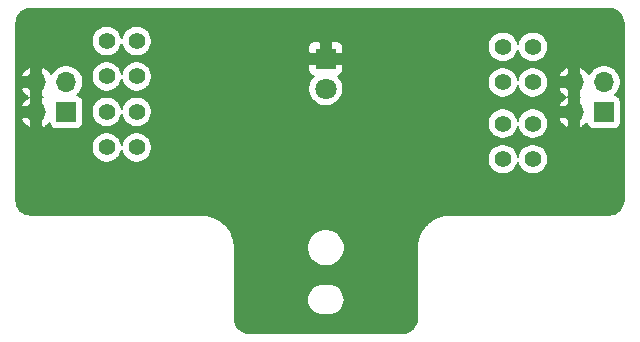
<source format=gbl>
%TF.GenerationSoftware,KiCad,Pcbnew,(5.1.9)-1*%
%TF.CreationDate,2021-04-17T12:39:32+05:30*%
%TF.ProjectId,dcSplitter,64635370-6c69-4747-9465-722e6b696361,rev?*%
%TF.SameCoordinates,Original*%
%TF.FileFunction,Copper,L2,Bot*%
%TF.FilePolarity,Positive*%
%FSLAX46Y46*%
G04 Gerber Fmt 4.6, Leading zero omitted, Abs format (unit mm)*
G04 Created by KiCad (PCBNEW (5.1.9)-1) date 2021-04-17 12:39:32*
%MOMM*%
%LPD*%
G01*
G04 APERTURE LIST*
%TA.AperFunction,ComponentPad*%
%ADD10O,1.700000X1.700000*%
%TD*%
%TA.AperFunction,ComponentPad*%
%ADD11R,1.700000X1.700000*%
%TD*%
%TA.AperFunction,ComponentPad*%
%ADD12R,1.800000X1.800000*%
%TD*%
%TA.AperFunction,ComponentPad*%
%ADD13C,1.800000*%
%TD*%
%TA.AperFunction,ComponentPad*%
%ADD14C,1.400000*%
%TD*%
%TA.AperFunction,Conductor*%
%ADD15C,0.160000*%
%TD*%
%TA.AperFunction,Conductor*%
%ADD16C,0.100000*%
%TD*%
G04 APERTURE END LIST*
D10*
%TO.P,J3,4*%
%TO.N,GND*%
X155500000Y-20000000D03*
%TO.P,J3,3*%
X155500000Y-22540000D03*
%TO.P,J3,2*%
%TO.N,Net-(J3-Pad1)*%
X158040000Y-20000000D03*
D11*
%TO.P,J3,1*%
X158040000Y-22540000D03*
%TD*%
D12*
%TO.P,D1,1*%
%TO.N,GND*%
X134500000Y-18000000D03*
D13*
%TO.P,D1,2*%
%TO.N,Net-(D1-Pad2)*%
X134500000Y-20540000D03*
%TD*%
D14*
%TO.P,12,2*%
%TO.N,Net-(J2-Pad1)*%
X115960000Y-25500000D03*
%TO.P,12,1*%
%TO.N,Net-(C1-Pad1)*%
X118500000Y-25500000D03*
%TD*%
%TO.P,12,1*%
%TO.N,Net-(C1-Pad1)*%
X118500000Y-22500000D03*
%TO.P,12,2*%
%TO.N,Net-(J2-Pad1)*%
X115960000Y-22500000D03*
%TD*%
%TO.P,5,2*%
%TO.N,Net-(J2-Pad1)*%
X115960000Y-19500000D03*
%TO.P,5,1*%
%TO.N,Net-(C3-Pad1)*%
X118500000Y-19500000D03*
%TD*%
%TO.P,5,1*%
%TO.N,Net-(C3-Pad1)*%
X118500000Y-16500000D03*
%TO.P,5,2*%
%TO.N,Net-(J2-Pad1)*%
X115960000Y-16500000D03*
%TD*%
%TO.P,3.3,2*%
%TO.N,Net-(J3-Pad1)*%
X152040000Y-17000000D03*
%TO.P,3.3,1*%
%TO.N,Net-(C4-Pad1)*%
X149500000Y-17000000D03*
%TD*%
%TO.P,3.3,1*%
%TO.N,Net-(C4-Pad1)*%
X149500000Y-20000000D03*
%TO.P,3.3,2*%
%TO.N,Net-(J3-Pad1)*%
X152040000Y-20000000D03*
%TD*%
%TO.P,12,2*%
%TO.N,Net-(J3-Pad1)*%
X152040000Y-23500000D03*
%TO.P,12,1*%
%TO.N,Net-(C1-Pad1)*%
X149500000Y-23500000D03*
%TD*%
%TO.P,12,1*%
%TO.N,Net-(C1-Pad1)*%
X149500000Y-26500000D03*
%TO.P,12,2*%
%TO.N,Net-(J3-Pad1)*%
X152040000Y-26500000D03*
%TD*%
D11*
%TO.P,J2,1*%
%TO.N,Net-(J2-Pad1)*%
X112540000Y-22540000D03*
D10*
%TO.P,J2,2*%
X112540000Y-20000000D03*
%TO.P,J2,3*%
%TO.N,GND*%
X110000000Y-22540000D03*
%TO.P,J2,4*%
X110000000Y-20000000D03*
%TD*%
D15*
%TO.N,GND*%
X158734677Y-13814789D02*
X158960418Y-13882944D01*
X159168619Y-13993647D01*
X159351354Y-14142683D01*
X159501663Y-14324374D01*
X159613814Y-14531794D01*
X159683543Y-14757053D01*
X159712000Y-15027799D01*
X159712001Y-29961451D01*
X159685211Y-30234678D01*
X159617055Y-30460420D01*
X159506353Y-30668620D01*
X159357317Y-30851355D01*
X159175626Y-31001662D01*
X158968206Y-31113814D01*
X158742947Y-31183543D01*
X158472201Y-31212000D01*
X144961295Y-31212000D01*
X144926992Y-31215378D01*
X144914618Y-31215292D01*
X144903668Y-31216366D01*
X144515475Y-31257167D01*
X144445482Y-31271535D01*
X144375359Y-31284911D01*
X144364828Y-31288090D01*
X144364822Y-31288092D01*
X143991951Y-31403515D01*
X143926126Y-31431185D01*
X143859892Y-31457945D01*
X143850182Y-31463109D01*
X143850177Y-31463111D01*
X143850173Y-31463114D01*
X143506823Y-31648762D01*
X143447597Y-31688710D01*
X143387849Y-31727808D01*
X143379332Y-31734754D01*
X143379324Y-31734760D01*
X143379317Y-31734767D01*
X143078568Y-31983568D01*
X143028209Y-32034280D01*
X142977216Y-32084216D01*
X142970208Y-32092687D01*
X142970201Y-32092694D01*
X142970196Y-32092702D01*
X142723502Y-32395178D01*
X142683953Y-32454703D01*
X142643629Y-32513595D01*
X142638400Y-32523265D01*
X142638395Y-32523273D01*
X142638395Y-32523274D01*
X142455146Y-32867914D01*
X142427911Y-32933990D01*
X142399794Y-32999593D01*
X142396542Y-33010095D01*
X142396540Y-33010101D01*
X142396540Y-33010103D01*
X142283722Y-33383774D01*
X142269842Y-33453871D01*
X142255001Y-33523693D01*
X142253852Y-33534626D01*
X142253850Y-33534636D01*
X142253850Y-33534645D01*
X142215761Y-33923104D01*
X142212000Y-33961296D01*
X142212001Y-39961451D01*
X142185211Y-40234678D01*
X142117055Y-40460420D01*
X142006353Y-40668620D01*
X141857317Y-40851355D01*
X141675626Y-41001662D01*
X141468206Y-41113814D01*
X141242947Y-41183543D01*
X140972201Y-41212000D01*
X128038539Y-41212000D01*
X127765322Y-41185211D01*
X127539580Y-41117055D01*
X127331380Y-41006353D01*
X127148645Y-40857317D01*
X126998338Y-40675626D01*
X126886186Y-40468206D01*
X126816457Y-40242947D01*
X126788000Y-39972201D01*
X126788000Y-38400000D01*
X132905526Y-38400000D01*
X132931360Y-38662294D01*
X133007868Y-38914508D01*
X133132111Y-39146950D01*
X133299313Y-39350687D01*
X133503050Y-39517889D01*
X133735492Y-39642132D01*
X133987706Y-39718640D01*
X134184269Y-39738000D01*
X134815731Y-39738000D01*
X135012294Y-39718640D01*
X135264508Y-39642132D01*
X135496950Y-39517889D01*
X135700687Y-39350687D01*
X135867889Y-39146950D01*
X135992132Y-38914508D01*
X136068640Y-38662294D01*
X136094474Y-38400000D01*
X136068640Y-38137706D01*
X135992132Y-37885492D01*
X135867889Y-37653050D01*
X135700687Y-37449313D01*
X135496950Y-37282111D01*
X135264508Y-37157868D01*
X135012294Y-37081360D01*
X134815731Y-37062000D01*
X134184269Y-37062000D01*
X133987706Y-37081360D01*
X133735492Y-37157868D01*
X133503050Y-37282111D01*
X133299313Y-37449313D01*
X133132111Y-37653050D01*
X133007868Y-37885492D01*
X132931360Y-38137706D01*
X132905526Y-38400000D01*
X126788000Y-38400000D01*
X126788000Y-33961295D01*
X126784622Y-33926992D01*
X126784708Y-33914618D01*
X126783634Y-33903668D01*
X126777321Y-33843596D01*
X132912000Y-33843596D01*
X132912000Y-34156404D01*
X132973026Y-34463203D01*
X133092732Y-34752200D01*
X133266520Y-35012291D01*
X133487709Y-35233480D01*
X133747800Y-35407268D01*
X134036797Y-35526974D01*
X134343596Y-35588000D01*
X134656404Y-35588000D01*
X134963203Y-35526974D01*
X135252200Y-35407268D01*
X135512291Y-35233480D01*
X135733480Y-35012291D01*
X135907268Y-34752200D01*
X136026974Y-34463203D01*
X136088000Y-34156404D01*
X136088000Y-33843596D01*
X136026974Y-33536797D01*
X135907268Y-33247800D01*
X135733480Y-32987709D01*
X135512291Y-32766520D01*
X135252200Y-32592732D01*
X134963203Y-32473026D01*
X134656404Y-32412000D01*
X134343596Y-32412000D01*
X134036797Y-32473026D01*
X133747800Y-32592732D01*
X133487709Y-32766520D01*
X133266520Y-32987709D01*
X133092732Y-33247800D01*
X132973026Y-33536797D01*
X132912000Y-33843596D01*
X126777321Y-33843596D01*
X126742833Y-33515475D01*
X126728465Y-33445482D01*
X126715089Y-33375359D01*
X126711909Y-33364826D01*
X126596485Y-32991951D01*
X126568815Y-32926126D01*
X126542055Y-32859892D01*
X126536889Y-32850178D01*
X126536889Y-32850177D01*
X126536886Y-32850173D01*
X126351238Y-32506823D01*
X126311290Y-32447597D01*
X126272192Y-32387849D01*
X126265246Y-32379332D01*
X126265240Y-32379324D01*
X126265233Y-32379317D01*
X126016432Y-32078568D01*
X125965720Y-32028209D01*
X125915784Y-31977216D01*
X125907313Y-31970208D01*
X125907306Y-31970201D01*
X125907298Y-31970196D01*
X125604822Y-31723502D01*
X125545297Y-31683953D01*
X125486405Y-31643629D01*
X125476735Y-31638400D01*
X125476727Y-31638395D01*
X125476719Y-31638392D01*
X125132086Y-31455146D01*
X125066010Y-31427911D01*
X125000407Y-31399794D01*
X124989905Y-31396542D01*
X124989899Y-31396540D01*
X124989893Y-31396539D01*
X124616226Y-31283722D01*
X124546129Y-31269842D01*
X124476307Y-31255001D01*
X124465374Y-31253852D01*
X124465364Y-31253850D01*
X124465355Y-31253850D01*
X124076896Y-31215761D01*
X124076892Y-31215761D01*
X124038705Y-31212000D01*
X109538539Y-31212000D01*
X109265322Y-31185211D01*
X109039580Y-31117055D01*
X108831380Y-31006353D01*
X108648645Y-30857317D01*
X108498338Y-30675626D01*
X108386186Y-30468206D01*
X108316457Y-30242947D01*
X108288000Y-29972201D01*
X108288000Y-25373143D01*
X114672000Y-25373143D01*
X114672000Y-25626857D01*
X114721497Y-25875696D01*
X114818589Y-26110097D01*
X114959545Y-26321052D01*
X115138948Y-26500455D01*
X115349903Y-26641411D01*
X115584304Y-26738503D01*
X115833143Y-26788000D01*
X116086857Y-26788000D01*
X116335696Y-26738503D01*
X116570097Y-26641411D01*
X116781052Y-26500455D01*
X116960455Y-26321052D01*
X117101411Y-26110097D01*
X117198503Y-25875696D01*
X117230000Y-25717349D01*
X117261497Y-25875696D01*
X117358589Y-26110097D01*
X117499545Y-26321052D01*
X117678948Y-26500455D01*
X117889903Y-26641411D01*
X118124304Y-26738503D01*
X118373143Y-26788000D01*
X118626857Y-26788000D01*
X118875696Y-26738503D01*
X119110097Y-26641411D01*
X119321052Y-26500455D01*
X119448364Y-26373143D01*
X148212000Y-26373143D01*
X148212000Y-26626857D01*
X148261497Y-26875696D01*
X148358589Y-27110097D01*
X148499545Y-27321052D01*
X148678948Y-27500455D01*
X148889903Y-27641411D01*
X149124304Y-27738503D01*
X149373143Y-27788000D01*
X149626857Y-27788000D01*
X149875696Y-27738503D01*
X150110097Y-27641411D01*
X150321052Y-27500455D01*
X150500455Y-27321052D01*
X150641411Y-27110097D01*
X150738503Y-26875696D01*
X150770000Y-26717349D01*
X150801497Y-26875696D01*
X150898589Y-27110097D01*
X151039545Y-27321052D01*
X151218948Y-27500455D01*
X151429903Y-27641411D01*
X151664304Y-27738503D01*
X151913143Y-27788000D01*
X152166857Y-27788000D01*
X152415696Y-27738503D01*
X152650097Y-27641411D01*
X152861052Y-27500455D01*
X153040455Y-27321052D01*
X153181411Y-27110097D01*
X153278503Y-26875696D01*
X153328000Y-26626857D01*
X153328000Y-26373143D01*
X153278503Y-26124304D01*
X153181411Y-25889903D01*
X153040455Y-25678948D01*
X152861052Y-25499545D01*
X152650097Y-25358589D01*
X152415696Y-25261497D01*
X152166857Y-25212000D01*
X151913143Y-25212000D01*
X151664304Y-25261497D01*
X151429903Y-25358589D01*
X151218948Y-25499545D01*
X151039545Y-25678948D01*
X150898589Y-25889903D01*
X150801497Y-26124304D01*
X150770000Y-26282651D01*
X150738503Y-26124304D01*
X150641411Y-25889903D01*
X150500455Y-25678948D01*
X150321052Y-25499545D01*
X150110097Y-25358589D01*
X149875696Y-25261497D01*
X149626857Y-25212000D01*
X149373143Y-25212000D01*
X149124304Y-25261497D01*
X148889903Y-25358589D01*
X148678948Y-25499545D01*
X148499545Y-25678948D01*
X148358589Y-25889903D01*
X148261497Y-26124304D01*
X148212000Y-26373143D01*
X119448364Y-26373143D01*
X119500455Y-26321052D01*
X119641411Y-26110097D01*
X119738503Y-25875696D01*
X119788000Y-25626857D01*
X119788000Y-25373143D01*
X119738503Y-25124304D01*
X119641411Y-24889903D01*
X119500455Y-24678948D01*
X119321052Y-24499545D01*
X119110097Y-24358589D01*
X118875696Y-24261497D01*
X118626857Y-24212000D01*
X118373143Y-24212000D01*
X118124304Y-24261497D01*
X117889903Y-24358589D01*
X117678948Y-24499545D01*
X117499545Y-24678948D01*
X117358589Y-24889903D01*
X117261497Y-25124304D01*
X117230000Y-25282651D01*
X117198503Y-25124304D01*
X117101411Y-24889903D01*
X116960455Y-24678948D01*
X116781052Y-24499545D01*
X116570097Y-24358589D01*
X116335696Y-24261497D01*
X116086857Y-24212000D01*
X115833143Y-24212000D01*
X115584304Y-24261497D01*
X115349903Y-24358589D01*
X115138948Y-24499545D01*
X114959545Y-24678948D01*
X114818589Y-24889903D01*
X114721497Y-25124304D01*
X114672000Y-25373143D01*
X108288000Y-25373143D01*
X108288000Y-23169976D01*
X108707320Y-23169976D01*
X108855061Y-23410061D01*
X109046801Y-23616710D01*
X109275172Y-23781981D01*
X109370027Y-23832663D01*
X109580000Y-23760771D01*
X109580000Y-22960000D01*
X108771685Y-22960000D01*
X108707320Y-23169976D01*
X108288000Y-23169976D01*
X108288000Y-20629976D01*
X108707320Y-20629976D01*
X108855061Y-20870061D01*
X109046801Y-21076710D01*
X109275172Y-21241981D01*
X109327612Y-21270000D01*
X109275172Y-21298019D01*
X109046801Y-21463290D01*
X108855061Y-21669939D01*
X108707320Y-21910024D01*
X108771685Y-22120000D01*
X109580000Y-22120000D01*
X109580000Y-21319229D01*
X109436218Y-21270000D01*
X109580000Y-21220771D01*
X109580000Y-20420000D01*
X108771685Y-20420000D01*
X108707320Y-20629976D01*
X108288000Y-20629976D01*
X108288000Y-19370024D01*
X108707320Y-19370024D01*
X108771685Y-19580000D01*
X109580000Y-19580000D01*
X109580000Y-18779229D01*
X110420000Y-18779229D01*
X110420000Y-19580000D01*
X110440000Y-19580000D01*
X110440000Y-20420000D01*
X110420000Y-20420000D01*
X110420000Y-21220771D01*
X110563782Y-21270000D01*
X110420000Y-21319229D01*
X110420000Y-22120000D01*
X110440000Y-22120000D01*
X110440000Y-22960000D01*
X110420000Y-22960000D01*
X110420000Y-23760771D01*
X110629973Y-23832663D01*
X110724828Y-23781981D01*
X110953199Y-23616710D01*
X111105335Y-23452745D01*
X111110508Y-23505268D01*
X111144130Y-23616107D01*
X111198730Y-23718256D01*
X111272209Y-23807791D01*
X111361744Y-23881270D01*
X111463893Y-23935870D01*
X111574732Y-23969492D01*
X111690000Y-23980845D01*
X113390000Y-23980845D01*
X113505268Y-23969492D01*
X113616107Y-23935870D01*
X113718256Y-23881270D01*
X113807791Y-23807791D01*
X113881270Y-23718256D01*
X113935870Y-23616107D01*
X113969492Y-23505268D01*
X113980845Y-23390000D01*
X113980845Y-22373143D01*
X114672000Y-22373143D01*
X114672000Y-22626857D01*
X114721497Y-22875696D01*
X114818589Y-23110097D01*
X114959545Y-23321052D01*
X115138948Y-23500455D01*
X115349903Y-23641411D01*
X115584304Y-23738503D01*
X115833143Y-23788000D01*
X116086857Y-23788000D01*
X116335696Y-23738503D01*
X116570097Y-23641411D01*
X116781052Y-23500455D01*
X116960455Y-23321052D01*
X117101411Y-23110097D01*
X117198503Y-22875696D01*
X117230000Y-22717349D01*
X117261497Y-22875696D01*
X117358589Y-23110097D01*
X117499545Y-23321052D01*
X117678948Y-23500455D01*
X117889903Y-23641411D01*
X118124304Y-23738503D01*
X118373143Y-23788000D01*
X118626857Y-23788000D01*
X118875696Y-23738503D01*
X119110097Y-23641411D01*
X119321052Y-23500455D01*
X119448364Y-23373143D01*
X148212000Y-23373143D01*
X148212000Y-23626857D01*
X148261497Y-23875696D01*
X148358589Y-24110097D01*
X148499545Y-24321052D01*
X148678948Y-24500455D01*
X148889903Y-24641411D01*
X149124304Y-24738503D01*
X149373143Y-24788000D01*
X149626857Y-24788000D01*
X149875696Y-24738503D01*
X150110097Y-24641411D01*
X150321052Y-24500455D01*
X150500455Y-24321052D01*
X150641411Y-24110097D01*
X150738503Y-23875696D01*
X150770000Y-23717349D01*
X150801497Y-23875696D01*
X150898589Y-24110097D01*
X151039545Y-24321052D01*
X151218948Y-24500455D01*
X151429903Y-24641411D01*
X151664304Y-24738503D01*
X151913143Y-24788000D01*
X152166857Y-24788000D01*
X152415696Y-24738503D01*
X152650097Y-24641411D01*
X152861052Y-24500455D01*
X153040455Y-24321052D01*
X153181411Y-24110097D01*
X153278503Y-23875696D01*
X153328000Y-23626857D01*
X153328000Y-23373143D01*
X153287588Y-23169976D01*
X154207320Y-23169976D01*
X154355061Y-23410061D01*
X154546801Y-23616710D01*
X154775172Y-23781981D01*
X154870027Y-23832663D01*
X155080000Y-23760771D01*
X155080000Y-22960000D01*
X154271685Y-22960000D01*
X154207320Y-23169976D01*
X153287588Y-23169976D01*
X153278503Y-23124304D01*
X153181411Y-22889903D01*
X153040455Y-22678948D01*
X152861052Y-22499545D01*
X152650097Y-22358589D01*
X152415696Y-22261497D01*
X152166857Y-22212000D01*
X151913143Y-22212000D01*
X151664304Y-22261497D01*
X151429903Y-22358589D01*
X151218948Y-22499545D01*
X151039545Y-22678948D01*
X150898589Y-22889903D01*
X150801497Y-23124304D01*
X150770000Y-23282651D01*
X150738503Y-23124304D01*
X150641411Y-22889903D01*
X150500455Y-22678948D01*
X150321052Y-22499545D01*
X150110097Y-22358589D01*
X149875696Y-22261497D01*
X149626857Y-22212000D01*
X149373143Y-22212000D01*
X149124304Y-22261497D01*
X148889903Y-22358589D01*
X148678948Y-22499545D01*
X148499545Y-22678948D01*
X148358589Y-22889903D01*
X148261497Y-23124304D01*
X148212000Y-23373143D01*
X119448364Y-23373143D01*
X119500455Y-23321052D01*
X119641411Y-23110097D01*
X119738503Y-22875696D01*
X119788000Y-22626857D01*
X119788000Y-22373143D01*
X119738503Y-22124304D01*
X119641411Y-21889903D01*
X119500455Y-21678948D01*
X119321052Y-21499545D01*
X119110097Y-21358589D01*
X118875696Y-21261497D01*
X118626857Y-21212000D01*
X118373143Y-21212000D01*
X118124304Y-21261497D01*
X117889903Y-21358589D01*
X117678948Y-21499545D01*
X117499545Y-21678948D01*
X117358589Y-21889903D01*
X117261497Y-22124304D01*
X117230000Y-22282651D01*
X117198503Y-22124304D01*
X117101411Y-21889903D01*
X116960455Y-21678948D01*
X116781052Y-21499545D01*
X116570097Y-21358589D01*
X116335696Y-21261497D01*
X116086857Y-21212000D01*
X115833143Y-21212000D01*
X115584304Y-21261497D01*
X115349903Y-21358589D01*
X115138948Y-21499545D01*
X114959545Y-21678948D01*
X114818589Y-21889903D01*
X114721497Y-22124304D01*
X114672000Y-22373143D01*
X113980845Y-22373143D01*
X113980845Y-21690000D01*
X113969492Y-21574732D01*
X113935870Y-21463893D01*
X113881270Y-21361744D01*
X113807791Y-21272209D01*
X113718256Y-21198730D01*
X113616107Y-21144130D01*
X113505268Y-21110508D01*
X113466910Y-21106730D01*
X113656968Y-20916672D01*
X113814339Y-20681148D01*
X113922739Y-20419449D01*
X113978000Y-20141631D01*
X113978000Y-19858369D01*
X113922739Y-19580551D01*
X113836828Y-19373143D01*
X114672000Y-19373143D01*
X114672000Y-19626857D01*
X114721497Y-19875696D01*
X114818589Y-20110097D01*
X114959545Y-20321052D01*
X115138948Y-20500455D01*
X115349903Y-20641411D01*
X115584304Y-20738503D01*
X115833143Y-20788000D01*
X116086857Y-20788000D01*
X116335696Y-20738503D01*
X116570097Y-20641411D01*
X116781052Y-20500455D01*
X116960455Y-20321052D01*
X117101411Y-20110097D01*
X117198503Y-19875696D01*
X117230000Y-19717349D01*
X117261497Y-19875696D01*
X117358589Y-20110097D01*
X117499545Y-20321052D01*
X117678948Y-20500455D01*
X117889903Y-20641411D01*
X118124304Y-20738503D01*
X118373143Y-20788000D01*
X118626857Y-20788000D01*
X118875696Y-20738503D01*
X119110097Y-20641411D01*
X119321052Y-20500455D01*
X119500455Y-20321052D01*
X119641411Y-20110097D01*
X119738503Y-19875696D01*
X119788000Y-19626857D01*
X119788000Y-19373143D01*
X119738503Y-19124304D01*
X119645594Y-18900000D01*
X133009155Y-18900000D01*
X133020508Y-19015268D01*
X133054130Y-19126107D01*
X133108730Y-19228256D01*
X133182209Y-19317791D01*
X133271744Y-19391270D01*
X133373893Y-19445870D01*
X133462808Y-19472842D01*
X133344195Y-19591455D01*
X133181351Y-19835168D01*
X133069183Y-20105966D01*
X133012000Y-20393445D01*
X133012000Y-20686555D01*
X133069183Y-20974034D01*
X133181351Y-21244832D01*
X133344195Y-21488545D01*
X133551455Y-21695805D01*
X133795168Y-21858649D01*
X134065966Y-21970817D01*
X134353445Y-22028000D01*
X134646555Y-22028000D01*
X134934034Y-21970817D01*
X135204832Y-21858649D01*
X135448545Y-21695805D01*
X135655805Y-21488545D01*
X135818649Y-21244832D01*
X135930817Y-20974034D01*
X135988000Y-20686555D01*
X135988000Y-20393445D01*
X135930817Y-20105966D01*
X135834379Y-19873143D01*
X148212000Y-19873143D01*
X148212000Y-20126857D01*
X148261497Y-20375696D01*
X148358589Y-20610097D01*
X148499545Y-20821052D01*
X148678948Y-21000455D01*
X148889903Y-21141411D01*
X149124304Y-21238503D01*
X149373143Y-21288000D01*
X149626857Y-21288000D01*
X149875696Y-21238503D01*
X150110097Y-21141411D01*
X150321052Y-21000455D01*
X150500455Y-20821052D01*
X150641411Y-20610097D01*
X150738503Y-20375696D01*
X150770000Y-20217349D01*
X150801497Y-20375696D01*
X150898589Y-20610097D01*
X151039545Y-20821052D01*
X151218948Y-21000455D01*
X151429903Y-21141411D01*
X151664304Y-21238503D01*
X151913143Y-21288000D01*
X152166857Y-21288000D01*
X152415696Y-21238503D01*
X152650097Y-21141411D01*
X152861052Y-21000455D01*
X153040455Y-20821052D01*
X153168128Y-20629976D01*
X154207320Y-20629976D01*
X154355061Y-20870061D01*
X154546801Y-21076710D01*
X154775172Y-21241981D01*
X154827612Y-21270000D01*
X154775172Y-21298019D01*
X154546801Y-21463290D01*
X154355061Y-21669939D01*
X154207320Y-21910024D01*
X154271685Y-22120000D01*
X155080000Y-22120000D01*
X155080000Y-21319229D01*
X154936218Y-21270000D01*
X155080000Y-21220771D01*
X155080000Y-20420000D01*
X154271685Y-20420000D01*
X154207320Y-20629976D01*
X153168128Y-20629976D01*
X153181411Y-20610097D01*
X153278503Y-20375696D01*
X153328000Y-20126857D01*
X153328000Y-19873143D01*
X153278503Y-19624304D01*
X153181411Y-19389903D01*
X153168129Y-19370024D01*
X154207320Y-19370024D01*
X154271685Y-19580000D01*
X155080000Y-19580000D01*
X155080000Y-18779229D01*
X155920000Y-18779229D01*
X155920000Y-19580000D01*
X155940000Y-19580000D01*
X155940000Y-20420000D01*
X155920000Y-20420000D01*
X155920000Y-21220771D01*
X156063782Y-21270000D01*
X155920000Y-21319229D01*
X155920000Y-22120000D01*
X155940000Y-22120000D01*
X155940000Y-22960000D01*
X155920000Y-22960000D01*
X155920000Y-23760771D01*
X156129973Y-23832663D01*
X156224828Y-23781981D01*
X156453199Y-23616710D01*
X156605335Y-23452745D01*
X156610508Y-23505268D01*
X156644130Y-23616107D01*
X156698730Y-23718256D01*
X156772209Y-23807791D01*
X156861744Y-23881270D01*
X156963893Y-23935870D01*
X157074732Y-23969492D01*
X157190000Y-23980845D01*
X158890000Y-23980845D01*
X159005268Y-23969492D01*
X159116107Y-23935870D01*
X159218256Y-23881270D01*
X159307791Y-23807791D01*
X159381270Y-23718256D01*
X159435870Y-23616107D01*
X159469492Y-23505268D01*
X159480845Y-23390000D01*
X159480845Y-21690000D01*
X159469492Y-21574732D01*
X159435870Y-21463893D01*
X159381270Y-21361744D01*
X159307791Y-21272209D01*
X159218256Y-21198730D01*
X159116107Y-21144130D01*
X159005268Y-21110508D01*
X158966910Y-21106730D01*
X159156968Y-20916672D01*
X159314339Y-20681148D01*
X159422739Y-20419449D01*
X159478000Y-20141631D01*
X159478000Y-19858369D01*
X159422739Y-19580551D01*
X159314339Y-19318852D01*
X159156968Y-19083328D01*
X158956672Y-18883032D01*
X158721148Y-18725661D01*
X158459449Y-18617261D01*
X158181631Y-18562000D01*
X157898369Y-18562000D01*
X157620551Y-18617261D01*
X157358852Y-18725661D01*
X157123328Y-18883032D01*
X156923032Y-19083328D01*
X156765661Y-19318852D01*
X156763862Y-19323194D01*
X156644939Y-19129939D01*
X156453199Y-18923290D01*
X156224828Y-18758019D01*
X156129973Y-18707337D01*
X155920000Y-18779229D01*
X155080000Y-18779229D01*
X154870027Y-18707337D01*
X154775172Y-18758019D01*
X154546801Y-18923290D01*
X154355061Y-19129939D01*
X154207320Y-19370024D01*
X153168129Y-19370024D01*
X153040455Y-19178948D01*
X152861052Y-18999545D01*
X152650097Y-18858589D01*
X152415696Y-18761497D01*
X152166857Y-18712000D01*
X151913143Y-18712000D01*
X151664304Y-18761497D01*
X151429903Y-18858589D01*
X151218948Y-18999545D01*
X151039545Y-19178948D01*
X150898589Y-19389903D01*
X150801497Y-19624304D01*
X150770000Y-19782651D01*
X150738503Y-19624304D01*
X150641411Y-19389903D01*
X150500455Y-19178948D01*
X150321052Y-18999545D01*
X150110097Y-18858589D01*
X149875696Y-18761497D01*
X149626857Y-18712000D01*
X149373143Y-18712000D01*
X149124304Y-18761497D01*
X148889903Y-18858589D01*
X148678948Y-18999545D01*
X148499545Y-19178948D01*
X148358589Y-19389903D01*
X148261497Y-19624304D01*
X148212000Y-19873143D01*
X135834379Y-19873143D01*
X135818649Y-19835168D01*
X135655805Y-19591455D01*
X135537192Y-19472842D01*
X135626107Y-19445870D01*
X135728256Y-19391270D01*
X135817791Y-19317791D01*
X135891270Y-19228256D01*
X135945870Y-19126107D01*
X135979492Y-19015268D01*
X135990845Y-18900000D01*
X135988000Y-18567000D01*
X135841000Y-18420000D01*
X134920000Y-18420000D01*
X134920000Y-18440000D01*
X134080000Y-18440000D01*
X134080000Y-18420000D01*
X133159000Y-18420000D01*
X133012000Y-18567000D01*
X133009155Y-18900000D01*
X119645594Y-18900000D01*
X119641411Y-18889903D01*
X119500455Y-18678948D01*
X119321052Y-18499545D01*
X119110097Y-18358589D01*
X118875696Y-18261497D01*
X118626857Y-18212000D01*
X118373143Y-18212000D01*
X118124304Y-18261497D01*
X117889903Y-18358589D01*
X117678948Y-18499545D01*
X117499545Y-18678948D01*
X117358589Y-18889903D01*
X117261497Y-19124304D01*
X117230000Y-19282651D01*
X117198503Y-19124304D01*
X117101411Y-18889903D01*
X116960455Y-18678948D01*
X116781052Y-18499545D01*
X116570097Y-18358589D01*
X116335696Y-18261497D01*
X116086857Y-18212000D01*
X115833143Y-18212000D01*
X115584304Y-18261497D01*
X115349903Y-18358589D01*
X115138948Y-18499545D01*
X114959545Y-18678948D01*
X114818589Y-18889903D01*
X114721497Y-19124304D01*
X114672000Y-19373143D01*
X113836828Y-19373143D01*
X113814339Y-19318852D01*
X113656968Y-19083328D01*
X113456672Y-18883032D01*
X113221148Y-18725661D01*
X112959449Y-18617261D01*
X112681631Y-18562000D01*
X112398369Y-18562000D01*
X112120551Y-18617261D01*
X111858852Y-18725661D01*
X111623328Y-18883032D01*
X111423032Y-19083328D01*
X111265661Y-19318852D01*
X111263862Y-19323194D01*
X111144939Y-19129939D01*
X110953199Y-18923290D01*
X110724828Y-18758019D01*
X110629973Y-18707337D01*
X110420000Y-18779229D01*
X109580000Y-18779229D01*
X109370027Y-18707337D01*
X109275172Y-18758019D01*
X109046801Y-18923290D01*
X108855061Y-19129939D01*
X108707320Y-19370024D01*
X108288000Y-19370024D01*
X108288000Y-16373143D01*
X114672000Y-16373143D01*
X114672000Y-16626857D01*
X114721497Y-16875696D01*
X114818589Y-17110097D01*
X114959545Y-17321052D01*
X115138948Y-17500455D01*
X115349903Y-17641411D01*
X115584304Y-17738503D01*
X115833143Y-17788000D01*
X116086857Y-17788000D01*
X116335696Y-17738503D01*
X116570097Y-17641411D01*
X116781052Y-17500455D01*
X116960455Y-17321052D01*
X117101411Y-17110097D01*
X117198503Y-16875696D01*
X117230000Y-16717349D01*
X117261497Y-16875696D01*
X117358589Y-17110097D01*
X117499545Y-17321052D01*
X117678948Y-17500455D01*
X117889903Y-17641411D01*
X118124304Y-17738503D01*
X118373143Y-17788000D01*
X118626857Y-17788000D01*
X118875696Y-17738503D01*
X119110097Y-17641411D01*
X119321052Y-17500455D01*
X119500455Y-17321052D01*
X119641411Y-17110097D01*
X119645593Y-17100000D01*
X133009155Y-17100000D01*
X133012000Y-17433000D01*
X133159000Y-17580000D01*
X134080000Y-17580000D01*
X134080000Y-16659000D01*
X134920000Y-16659000D01*
X134920000Y-17580000D01*
X135841000Y-17580000D01*
X135988000Y-17433000D01*
X135990845Y-17100000D01*
X135979492Y-16984732D01*
X135945870Y-16873893D01*
X135945470Y-16873143D01*
X148212000Y-16873143D01*
X148212000Y-17126857D01*
X148261497Y-17375696D01*
X148358589Y-17610097D01*
X148499545Y-17821052D01*
X148678948Y-18000455D01*
X148889903Y-18141411D01*
X149124304Y-18238503D01*
X149373143Y-18288000D01*
X149626857Y-18288000D01*
X149875696Y-18238503D01*
X150110097Y-18141411D01*
X150321052Y-18000455D01*
X150500455Y-17821052D01*
X150641411Y-17610097D01*
X150738503Y-17375696D01*
X150770000Y-17217349D01*
X150801497Y-17375696D01*
X150898589Y-17610097D01*
X151039545Y-17821052D01*
X151218948Y-18000455D01*
X151429903Y-18141411D01*
X151664304Y-18238503D01*
X151913143Y-18288000D01*
X152166857Y-18288000D01*
X152415696Y-18238503D01*
X152650097Y-18141411D01*
X152861052Y-18000455D01*
X153040455Y-17821052D01*
X153181411Y-17610097D01*
X153278503Y-17375696D01*
X153328000Y-17126857D01*
X153328000Y-16873143D01*
X153278503Y-16624304D01*
X153181411Y-16389903D01*
X153040455Y-16178948D01*
X152861052Y-15999545D01*
X152650097Y-15858589D01*
X152415696Y-15761497D01*
X152166857Y-15712000D01*
X151913143Y-15712000D01*
X151664304Y-15761497D01*
X151429903Y-15858589D01*
X151218948Y-15999545D01*
X151039545Y-16178948D01*
X150898589Y-16389903D01*
X150801497Y-16624304D01*
X150770000Y-16782651D01*
X150738503Y-16624304D01*
X150641411Y-16389903D01*
X150500455Y-16178948D01*
X150321052Y-15999545D01*
X150110097Y-15858589D01*
X149875696Y-15761497D01*
X149626857Y-15712000D01*
X149373143Y-15712000D01*
X149124304Y-15761497D01*
X148889903Y-15858589D01*
X148678948Y-15999545D01*
X148499545Y-16178948D01*
X148358589Y-16389903D01*
X148261497Y-16624304D01*
X148212000Y-16873143D01*
X135945470Y-16873143D01*
X135891270Y-16771744D01*
X135817791Y-16682209D01*
X135728256Y-16608730D01*
X135626107Y-16554130D01*
X135515268Y-16520508D01*
X135400000Y-16509155D01*
X135067000Y-16512000D01*
X134920000Y-16659000D01*
X134080000Y-16659000D01*
X133933000Y-16512000D01*
X133600000Y-16509155D01*
X133484732Y-16520508D01*
X133373893Y-16554130D01*
X133271744Y-16608730D01*
X133182209Y-16682209D01*
X133108730Y-16771744D01*
X133054130Y-16873893D01*
X133020508Y-16984732D01*
X133009155Y-17100000D01*
X119645593Y-17100000D01*
X119738503Y-16875696D01*
X119788000Y-16626857D01*
X119788000Y-16373143D01*
X119738503Y-16124304D01*
X119641411Y-15889903D01*
X119500455Y-15678948D01*
X119321052Y-15499545D01*
X119110097Y-15358589D01*
X118875696Y-15261497D01*
X118626857Y-15212000D01*
X118373143Y-15212000D01*
X118124304Y-15261497D01*
X117889903Y-15358589D01*
X117678948Y-15499545D01*
X117499545Y-15678948D01*
X117358589Y-15889903D01*
X117261497Y-16124304D01*
X117230000Y-16282651D01*
X117198503Y-16124304D01*
X117101411Y-15889903D01*
X116960455Y-15678948D01*
X116781052Y-15499545D01*
X116570097Y-15358589D01*
X116335696Y-15261497D01*
X116086857Y-15212000D01*
X115833143Y-15212000D01*
X115584304Y-15261497D01*
X115349903Y-15358589D01*
X115138948Y-15499545D01*
X114959545Y-15678948D01*
X114818589Y-15889903D01*
X114721497Y-16124304D01*
X114672000Y-16373143D01*
X108288000Y-16373143D01*
X108288000Y-15038539D01*
X108314789Y-14765323D01*
X108382944Y-14539582D01*
X108493647Y-14331381D01*
X108642683Y-14148646D01*
X108824374Y-13998337D01*
X109031794Y-13886186D01*
X109257053Y-13816457D01*
X109527799Y-13788000D01*
X158461461Y-13788000D01*
X158734677Y-13814789D01*
%TA.AperFunction,Conductor*%
D16*
G36*
X158734677Y-13814789D02*
G01*
X158960418Y-13882944D01*
X159168619Y-13993647D01*
X159351354Y-14142683D01*
X159501663Y-14324374D01*
X159613814Y-14531794D01*
X159683543Y-14757053D01*
X159712000Y-15027799D01*
X159712001Y-29961451D01*
X159685211Y-30234678D01*
X159617055Y-30460420D01*
X159506353Y-30668620D01*
X159357317Y-30851355D01*
X159175626Y-31001662D01*
X158968206Y-31113814D01*
X158742947Y-31183543D01*
X158472201Y-31212000D01*
X144961295Y-31212000D01*
X144926992Y-31215378D01*
X144914618Y-31215292D01*
X144903668Y-31216366D01*
X144515475Y-31257167D01*
X144445482Y-31271535D01*
X144375359Y-31284911D01*
X144364828Y-31288090D01*
X144364822Y-31288092D01*
X143991951Y-31403515D01*
X143926126Y-31431185D01*
X143859892Y-31457945D01*
X143850182Y-31463109D01*
X143850177Y-31463111D01*
X143850173Y-31463114D01*
X143506823Y-31648762D01*
X143447597Y-31688710D01*
X143387849Y-31727808D01*
X143379332Y-31734754D01*
X143379324Y-31734760D01*
X143379317Y-31734767D01*
X143078568Y-31983568D01*
X143028209Y-32034280D01*
X142977216Y-32084216D01*
X142970208Y-32092687D01*
X142970201Y-32092694D01*
X142970196Y-32092702D01*
X142723502Y-32395178D01*
X142683953Y-32454703D01*
X142643629Y-32513595D01*
X142638400Y-32523265D01*
X142638395Y-32523273D01*
X142638395Y-32523274D01*
X142455146Y-32867914D01*
X142427911Y-32933990D01*
X142399794Y-32999593D01*
X142396542Y-33010095D01*
X142396540Y-33010101D01*
X142396540Y-33010103D01*
X142283722Y-33383774D01*
X142269842Y-33453871D01*
X142255001Y-33523693D01*
X142253852Y-33534626D01*
X142253850Y-33534636D01*
X142253850Y-33534645D01*
X142215761Y-33923104D01*
X142212000Y-33961296D01*
X142212001Y-39961451D01*
X142185211Y-40234678D01*
X142117055Y-40460420D01*
X142006353Y-40668620D01*
X141857317Y-40851355D01*
X141675626Y-41001662D01*
X141468206Y-41113814D01*
X141242947Y-41183543D01*
X140972201Y-41212000D01*
X128038539Y-41212000D01*
X127765322Y-41185211D01*
X127539580Y-41117055D01*
X127331380Y-41006353D01*
X127148645Y-40857317D01*
X126998338Y-40675626D01*
X126886186Y-40468206D01*
X126816457Y-40242947D01*
X126788000Y-39972201D01*
X126788000Y-38400000D01*
X132905526Y-38400000D01*
X132931360Y-38662294D01*
X133007868Y-38914508D01*
X133132111Y-39146950D01*
X133299313Y-39350687D01*
X133503050Y-39517889D01*
X133735492Y-39642132D01*
X133987706Y-39718640D01*
X134184269Y-39738000D01*
X134815731Y-39738000D01*
X135012294Y-39718640D01*
X135264508Y-39642132D01*
X135496950Y-39517889D01*
X135700687Y-39350687D01*
X135867889Y-39146950D01*
X135992132Y-38914508D01*
X136068640Y-38662294D01*
X136094474Y-38400000D01*
X136068640Y-38137706D01*
X135992132Y-37885492D01*
X135867889Y-37653050D01*
X135700687Y-37449313D01*
X135496950Y-37282111D01*
X135264508Y-37157868D01*
X135012294Y-37081360D01*
X134815731Y-37062000D01*
X134184269Y-37062000D01*
X133987706Y-37081360D01*
X133735492Y-37157868D01*
X133503050Y-37282111D01*
X133299313Y-37449313D01*
X133132111Y-37653050D01*
X133007868Y-37885492D01*
X132931360Y-38137706D01*
X132905526Y-38400000D01*
X126788000Y-38400000D01*
X126788000Y-33961295D01*
X126784622Y-33926992D01*
X126784708Y-33914618D01*
X126783634Y-33903668D01*
X126777321Y-33843596D01*
X132912000Y-33843596D01*
X132912000Y-34156404D01*
X132973026Y-34463203D01*
X133092732Y-34752200D01*
X133266520Y-35012291D01*
X133487709Y-35233480D01*
X133747800Y-35407268D01*
X134036797Y-35526974D01*
X134343596Y-35588000D01*
X134656404Y-35588000D01*
X134963203Y-35526974D01*
X135252200Y-35407268D01*
X135512291Y-35233480D01*
X135733480Y-35012291D01*
X135907268Y-34752200D01*
X136026974Y-34463203D01*
X136088000Y-34156404D01*
X136088000Y-33843596D01*
X136026974Y-33536797D01*
X135907268Y-33247800D01*
X135733480Y-32987709D01*
X135512291Y-32766520D01*
X135252200Y-32592732D01*
X134963203Y-32473026D01*
X134656404Y-32412000D01*
X134343596Y-32412000D01*
X134036797Y-32473026D01*
X133747800Y-32592732D01*
X133487709Y-32766520D01*
X133266520Y-32987709D01*
X133092732Y-33247800D01*
X132973026Y-33536797D01*
X132912000Y-33843596D01*
X126777321Y-33843596D01*
X126742833Y-33515475D01*
X126728465Y-33445482D01*
X126715089Y-33375359D01*
X126711909Y-33364826D01*
X126596485Y-32991951D01*
X126568815Y-32926126D01*
X126542055Y-32859892D01*
X126536889Y-32850178D01*
X126536889Y-32850177D01*
X126536886Y-32850173D01*
X126351238Y-32506823D01*
X126311290Y-32447597D01*
X126272192Y-32387849D01*
X126265246Y-32379332D01*
X126265240Y-32379324D01*
X126265233Y-32379317D01*
X126016432Y-32078568D01*
X125965720Y-32028209D01*
X125915784Y-31977216D01*
X125907313Y-31970208D01*
X125907306Y-31970201D01*
X125907298Y-31970196D01*
X125604822Y-31723502D01*
X125545297Y-31683953D01*
X125486405Y-31643629D01*
X125476735Y-31638400D01*
X125476727Y-31638395D01*
X125476719Y-31638392D01*
X125132086Y-31455146D01*
X125066010Y-31427911D01*
X125000407Y-31399794D01*
X124989905Y-31396542D01*
X124989899Y-31396540D01*
X124989893Y-31396539D01*
X124616226Y-31283722D01*
X124546129Y-31269842D01*
X124476307Y-31255001D01*
X124465374Y-31253852D01*
X124465364Y-31253850D01*
X124465355Y-31253850D01*
X124076896Y-31215761D01*
X124076892Y-31215761D01*
X124038705Y-31212000D01*
X109538539Y-31212000D01*
X109265322Y-31185211D01*
X109039580Y-31117055D01*
X108831380Y-31006353D01*
X108648645Y-30857317D01*
X108498338Y-30675626D01*
X108386186Y-30468206D01*
X108316457Y-30242947D01*
X108288000Y-29972201D01*
X108288000Y-25373143D01*
X114672000Y-25373143D01*
X114672000Y-25626857D01*
X114721497Y-25875696D01*
X114818589Y-26110097D01*
X114959545Y-26321052D01*
X115138948Y-26500455D01*
X115349903Y-26641411D01*
X115584304Y-26738503D01*
X115833143Y-26788000D01*
X116086857Y-26788000D01*
X116335696Y-26738503D01*
X116570097Y-26641411D01*
X116781052Y-26500455D01*
X116960455Y-26321052D01*
X117101411Y-26110097D01*
X117198503Y-25875696D01*
X117230000Y-25717349D01*
X117261497Y-25875696D01*
X117358589Y-26110097D01*
X117499545Y-26321052D01*
X117678948Y-26500455D01*
X117889903Y-26641411D01*
X118124304Y-26738503D01*
X118373143Y-26788000D01*
X118626857Y-26788000D01*
X118875696Y-26738503D01*
X119110097Y-26641411D01*
X119321052Y-26500455D01*
X119448364Y-26373143D01*
X148212000Y-26373143D01*
X148212000Y-26626857D01*
X148261497Y-26875696D01*
X148358589Y-27110097D01*
X148499545Y-27321052D01*
X148678948Y-27500455D01*
X148889903Y-27641411D01*
X149124304Y-27738503D01*
X149373143Y-27788000D01*
X149626857Y-27788000D01*
X149875696Y-27738503D01*
X150110097Y-27641411D01*
X150321052Y-27500455D01*
X150500455Y-27321052D01*
X150641411Y-27110097D01*
X150738503Y-26875696D01*
X150770000Y-26717349D01*
X150801497Y-26875696D01*
X150898589Y-27110097D01*
X151039545Y-27321052D01*
X151218948Y-27500455D01*
X151429903Y-27641411D01*
X151664304Y-27738503D01*
X151913143Y-27788000D01*
X152166857Y-27788000D01*
X152415696Y-27738503D01*
X152650097Y-27641411D01*
X152861052Y-27500455D01*
X153040455Y-27321052D01*
X153181411Y-27110097D01*
X153278503Y-26875696D01*
X153328000Y-26626857D01*
X153328000Y-26373143D01*
X153278503Y-26124304D01*
X153181411Y-25889903D01*
X153040455Y-25678948D01*
X152861052Y-25499545D01*
X152650097Y-25358589D01*
X152415696Y-25261497D01*
X152166857Y-25212000D01*
X151913143Y-25212000D01*
X151664304Y-25261497D01*
X151429903Y-25358589D01*
X151218948Y-25499545D01*
X151039545Y-25678948D01*
X150898589Y-25889903D01*
X150801497Y-26124304D01*
X150770000Y-26282651D01*
X150738503Y-26124304D01*
X150641411Y-25889903D01*
X150500455Y-25678948D01*
X150321052Y-25499545D01*
X150110097Y-25358589D01*
X149875696Y-25261497D01*
X149626857Y-25212000D01*
X149373143Y-25212000D01*
X149124304Y-25261497D01*
X148889903Y-25358589D01*
X148678948Y-25499545D01*
X148499545Y-25678948D01*
X148358589Y-25889903D01*
X148261497Y-26124304D01*
X148212000Y-26373143D01*
X119448364Y-26373143D01*
X119500455Y-26321052D01*
X119641411Y-26110097D01*
X119738503Y-25875696D01*
X119788000Y-25626857D01*
X119788000Y-25373143D01*
X119738503Y-25124304D01*
X119641411Y-24889903D01*
X119500455Y-24678948D01*
X119321052Y-24499545D01*
X119110097Y-24358589D01*
X118875696Y-24261497D01*
X118626857Y-24212000D01*
X118373143Y-24212000D01*
X118124304Y-24261497D01*
X117889903Y-24358589D01*
X117678948Y-24499545D01*
X117499545Y-24678948D01*
X117358589Y-24889903D01*
X117261497Y-25124304D01*
X117230000Y-25282651D01*
X117198503Y-25124304D01*
X117101411Y-24889903D01*
X116960455Y-24678948D01*
X116781052Y-24499545D01*
X116570097Y-24358589D01*
X116335696Y-24261497D01*
X116086857Y-24212000D01*
X115833143Y-24212000D01*
X115584304Y-24261497D01*
X115349903Y-24358589D01*
X115138948Y-24499545D01*
X114959545Y-24678948D01*
X114818589Y-24889903D01*
X114721497Y-25124304D01*
X114672000Y-25373143D01*
X108288000Y-25373143D01*
X108288000Y-23169976D01*
X108707320Y-23169976D01*
X108855061Y-23410061D01*
X109046801Y-23616710D01*
X109275172Y-23781981D01*
X109370027Y-23832663D01*
X109580000Y-23760771D01*
X109580000Y-22960000D01*
X108771685Y-22960000D01*
X108707320Y-23169976D01*
X108288000Y-23169976D01*
X108288000Y-20629976D01*
X108707320Y-20629976D01*
X108855061Y-20870061D01*
X109046801Y-21076710D01*
X109275172Y-21241981D01*
X109327612Y-21270000D01*
X109275172Y-21298019D01*
X109046801Y-21463290D01*
X108855061Y-21669939D01*
X108707320Y-21910024D01*
X108771685Y-22120000D01*
X109580000Y-22120000D01*
X109580000Y-21319229D01*
X109436218Y-21270000D01*
X109580000Y-21220771D01*
X109580000Y-20420000D01*
X108771685Y-20420000D01*
X108707320Y-20629976D01*
X108288000Y-20629976D01*
X108288000Y-19370024D01*
X108707320Y-19370024D01*
X108771685Y-19580000D01*
X109580000Y-19580000D01*
X109580000Y-18779229D01*
X110420000Y-18779229D01*
X110420000Y-19580000D01*
X110440000Y-19580000D01*
X110440000Y-20420000D01*
X110420000Y-20420000D01*
X110420000Y-21220771D01*
X110563782Y-21270000D01*
X110420000Y-21319229D01*
X110420000Y-22120000D01*
X110440000Y-22120000D01*
X110440000Y-22960000D01*
X110420000Y-22960000D01*
X110420000Y-23760771D01*
X110629973Y-23832663D01*
X110724828Y-23781981D01*
X110953199Y-23616710D01*
X111105335Y-23452745D01*
X111110508Y-23505268D01*
X111144130Y-23616107D01*
X111198730Y-23718256D01*
X111272209Y-23807791D01*
X111361744Y-23881270D01*
X111463893Y-23935870D01*
X111574732Y-23969492D01*
X111690000Y-23980845D01*
X113390000Y-23980845D01*
X113505268Y-23969492D01*
X113616107Y-23935870D01*
X113718256Y-23881270D01*
X113807791Y-23807791D01*
X113881270Y-23718256D01*
X113935870Y-23616107D01*
X113969492Y-23505268D01*
X113980845Y-23390000D01*
X113980845Y-22373143D01*
X114672000Y-22373143D01*
X114672000Y-22626857D01*
X114721497Y-22875696D01*
X114818589Y-23110097D01*
X114959545Y-23321052D01*
X115138948Y-23500455D01*
X115349903Y-23641411D01*
X115584304Y-23738503D01*
X115833143Y-23788000D01*
X116086857Y-23788000D01*
X116335696Y-23738503D01*
X116570097Y-23641411D01*
X116781052Y-23500455D01*
X116960455Y-23321052D01*
X117101411Y-23110097D01*
X117198503Y-22875696D01*
X117230000Y-22717349D01*
X117261497Y-22875696D01*
X117358589Y-23110097D01*
X117499545Y-23321052D01*
X117678948Y-23500455D01*
X117889903Y-23641411D01*
X118124304Y-23738503D01*
X118373143Y-23788000D01*
X118626857Y-23788000D01*
X118875696Y-23738503D01*
X119110097Y-23641411D01*
X119321052Y-23500455D01*
X119448364Y-23373143D01*
X148212000Y-23373143D01*
X148212000Y-23626857D01*
X148261497Y-23875696D01*
X148358589Y-24110097D01*
X148499545Y-24321052D01*
X148678948Y-24500455D01*
X148889903Y-24641411D01*
X149124304Y-24738503D01*
X149373143Y-24788000D01*
X149626857Y-24788000D01*
X149875696Y-24738503D01*
X150110097Y-24641411D01*
X150321052Y-24500455D01*
X150500455Y-24321052D01*
X150641411Y-24110097D01*
X150738503Y-23875696D01*
X150770000Y-23717349D01*
X150801497Y-23875696D01*
X150898589Y-24110097D01*
X151039545Y-24321052D01*
X151218948Y-24500455D01*
X151429903Y-24641411D01*
X151664304Y-24738503D01*
X151913143Y-24788000D01*
X152166857Y-24788000D01*
X152415696Y-24738503D01*
X152650097Y-24641411D01*
X152861052Y-24500455D01*
X153040455Y-24321052D01*
X153181411Y-24110097D01*
X153278503Y-23875696D01*
X153328000Y-23626857D01*
X153328000Y-23373143D01*
X153287588Y-23169976D01*
X154207320Y-23169976D01*
X154355061Y-23410061D01*
X154546801Y-23616710D01*
X154775172Y-23781981D01*
X154870027Y-23832663D01*
X155080000Y-23760771D01*
X155080000Y-22960000D01*
X154271685Y-22960000D01*
X154207320Y-23169976D01*
X153287588Y-23169976D01*
X153278503Y-23124304D01*
X153181411Y-22889903D01*
X153040455Y-22678948D01*
X152861052Y-22499545D01*
X152650097Y-22358589D01*
X152415696Y-22261497D01*
X152166857Y-22212000D01*
X151913143Y-22212000D01*
X151664304Y-22261497D01*
X151429903Y-22358589D01*
X151218948Y-22499545D01*
X151039545Y-22678948D01*
X150898589Y-22889903D01*
X150801497Y-23124304D01*
X150770000Y-23282651D01*
X150738503Y-23124304D01*
X150641411Y-22889903D01*
X150500455Y-22678948D01*
X150321052Y-22499545D01*
X150110097Y-22358589D01*
X149875696Y-22261497D01*
X149626857Y-22212000D01*
X149373143Y-22212000D01*
X149124304Y-22261497D01*
X148889903Y-22358589D01*
X148678948Y-22499545D01*
X148499545Y-22678948D01*
X148358589Y-22889903D01*
X148261497Y-23124304D01*
X148212000Y-23373143D01*
X119448364Y-23373143D01*
X119500455Y-23321052D01*
X119641411Y-23110097D01*
X119738503Y-22875696D01*
X119788000Y-22626857D01*
X119788000Y-22373143D01*
X119738503Y-22124304D01*
X119641411Y-21889903D01*
X119500455Y-21678948D01*
X119321052Y-21499545D01*
X119110097Y-21358589D01*
X118875696Y-21261497D01*
X118626857Y-21212000D01*
X118373143Y-21212000D01*
X118124304Y-21261497D01*
X117889903Y-21358589D01*
X117678948Y-21499545D01*
X117499545Y-21678948D01*
X117358589Y-21889903D01*
X117261497Y-22124304D01*
X117230000Y-22282651D01*
X117198503Y-22124304D01*
X117101411Y-21889903D01*
X116960455Y-21678948D01*
X116781052Y-21499545D01*
X116570097Y-21358589D01*
X116335696Y-21261497D01*
X116086857Y-21212000D01*
X115833143Y-21212000D01*
X115584304Y-21261497D01*
X115349903Y-21358589D01*
X115138948Y-21499545D01*
X114959545Y-21678948D01*
X114818589Y-21889903D01*
X114721497Y-22124304D01*
X114672000Y-22373143D01*
X113980845Y-22373143D01*
X113980845Y-21690000D01*
X113969492Y-21574732D01*
X113935870Y-21463893D01*
X113881270Y-21361744D01*
X113807791Y-21272209D01*
X113718256Y-21198730D01*
X113616107Y-21144130D01*
X113505268Y-21110508D01*
X113466910Y-21106730D01*
X113656968Y-20916672D01*
X113814339Y-20681148D01*
X113922739Y-20419449D01*
X113978000Y-20141631D01*
X113978000Y-19858369D01*
X113922739Y-19580551D01*
X113836828Y-19373143D01*
X114672000Y-19373143D01*
X114672000Y-19626857D01*
X114721497Y-19875696D01*
X114818589Y-20110097D01*
X114959545Y-20321052D01*
X115138948Y-20500455D01*
X115349903Y-20641411D01*
X115584304Y-20738503D01*
X115833143Y-20788000D01*
X116086857Y-20788000D01*
X116335696Y-20738503D01*
X116570097Y-20641411D01*
X116781052Y-20500455D01*
X116960455Y-20321052D01*
X117101411Y-20110097D01*
X117198503Y-19875696D01*
X117230000Y-19717349D01*
X117261497Y-19875696D01*
X117358589Y-20110097D01*
X117499545Y-20321052D01*
X117678948Y-20500455D01*
X117889903Y-20641411D01*
X118124304Y-20738503D01*
X118373143Y-20788000D01*
X118626857Y-20788000D01*
X118875696Y-20738503D01*
X119110097Y-20641411D01*
X119321052Y-20500455D01*
X119500455Y-20321052D01*
X119641411Y-20110097D01*
X119738503Y-19875696D01*
X119788000Y-19626857D01*
X119788000Y-19373143D01*
X119738503Y-19124304D01*
X119645594Y-18900000D01*
X133009155Y-18900000D01*
X133020508Y-19015268D01*
X133054130Y-19126107D01*
X133108730Y-19228256D01*
X133182209Y-19317791D01*
X133271744Y-19391270D01*
X133373893Y-19445870D01*
X133462808Y-19472842D01*
X133344195Y-19591455D01*
X133181351Y-19835168D01*
X133069183Y-20105966D01*
X133012000Y-20393445D01*
X133012000Y-20686555D01*
X133069183Y-20974034D01*
X133181351Y-21244832D01*
X133344195Y-21488545D01*
X133551455Y-21695805D01*
X133795168Y-21858649D01*
X134065966Y-21970817D01*
X134353445Y-22028000D01*
X134646555Y-22028000D01*
X134934034Y-21970817D01*
X135204832Y-21858649D01*
X135448545Y-21695805D01*
X135655805Y-21488545D01*
X135818649Y-21244832D01*
X135930817Y-20974034D01*
X135988000Y-20686555D01*
X135988000Y-20393445D01*
X135930817Y-20105966D01*
X135834379Y-19873143D01*
X148212000Y-19873143D01*
X148212000Y-20126857D01*
X148261497Y-20375696D01*
X148358589Y-20610097D01*
X148499545Y-20821052D01*
X148678948Y-21000455D01*
X148889903Y-21141411D01*
X149124304Y-21238503D01*
X149373143Y-21288000D01*
X149626857Y-21288000D01*
X149875696Y-21238503D01*
X150110097Y-21141411D01*
X150321052Y-21000455D01*
X150500455Y-20821052D01*
X150641411Y-20610097D01*
X150738503Y-20375696D01*
X150770000Y-20217349D01*
X150801497Y-20375696D01*
X150898589Y-20610097D01*
X151039545Y-20821052D01*
X151218948Y-21000455D01*
X151429903Y-21141411D01*
X151664304Y-21238503D01*
X151913143Y-21288000D01*
X152166857Y-21288000D01*
X152415696Y-21238503D01*
X152650097Y-21141411D01*
X152861052Y-21000455D01*
X153040455Y-20821052D01*
X153168128Y-20629976D01*
X154207320Y-20629976D01*
X154355061Y-20870061D01*
X154546801Y-21076710D01*
X154775172Y-21241981D01*
X154827612Y-21270000D01*
X154775172Y-21298019D01*
X154546801Y-21463290D01*
X154355061Y-21669939D01*
X154207320Y-21910024D01*
X154271685Y-22120000D01*
X155080000Y-22120000D01*
X155080000Y-21319229D01*
X154936218Y-21270000D01*
X155080000Y-21220771D01*
X155080000Y-20420000D01*
X154271685Y-20420000D01*
X154207320Y-20629976D01*
X153168128Y-20629976D01*
X153181411Y-20610097D01*
X153278503Y-20375696D01*
X153328000Y-20126857D01*
X153328000Y-19873143D01*
X153278503Y-19624304D01*
X153181411Y-19389903D01*
X153168129Y-19370024D01*
X154207320Y-19370024D01*
X154271685Y-19580000D01*
X155080000Y-19580000D01*
X155080000Y-18779229D01*
X155920000Y-18779229D01*
X155920000Y-19580000D01*
X155940000Y-19580000D01*
X155940000Y-20420000D01*
X155920000Y-20420000D01*
X155920000Y-21220771D01*
X156063782Y-21270000D01*
X155920000Y-21319229D01*
X155920000Y-22120000D01*
X155940000Y-22120000D01*
X155940000Y-22960000D01*
X155920000Y-22960000D01*
X155920000Y-23760771D01*
X156129973Y-23832663D01*
X156224828Y-23781981D01*
X156453199Y-23616710D01*
X156605335Y-23452745D01*
X156610508Y-23505268D01*
X156644130Y-23616107D01*
X156698730Y-23718256D01*
X156772209Y-23807791D01*
X156861744Y-23881270D01*
X156963893Y-23935870D01*
X157074732Y-23969492D01*
X157190000Y-23980845D01*
X158890000Y-23980845D01*
X159005268Y-23969492D01*
X159116107Y-23935870D01*
X159218256Y-23881270D01*
X159307791Y-23807791D01*
X159381270Y-23718256D01*
X159435870Y-23616107D01*
X159469492Y-23505268D01*
X159480845Y-23390000D01*
X159480845Y-21690000D01*
X159469492Y-21574732D01*
X159435870Y-21463893D01*
X159381270Y-21361744D01*
X159307791Y-21272209D01*
X159218256Y-21198730D01*
X159116107Y-21144130D01*
X159005268Y-21110508D01*
X158966910Y-21106730D01*
X159156968Y-20916672D01*
X159314339Y-20681148D01*
X159422739Y-20419449D01*
X159478000Y-20141631D01*
X159478000Y-19858369D01*
X159422739Y-19580551D01*
X159314339Y-19318852D01*
X159156968Y-19083328D01*
X158956672Y-18883032D01*
X158721148Y-18725661D01*
X158459449Y-18617261D01*
X158181631Y-18562000D01*
X157898369Y-18562000D01*
X157620551Y-18617261D01*
X157358852Y-18725661D01*
X157123328Y-18883032D01*
X156923032Y-19083328D01*
X156765661Y-19318852D01*
X156763862Y-19323194D01*
X156644939Y-19129939D01*
X156453199Y-18923290D01*
X156224828Y-18758019D01*
X156129973Y-18707337D01*
X155920000Y-18779229D01*
X155080000Y-18779229D01*
X154870027Y-18707337D01*
X154775172Y-18758019D01*
X154546801Y-18923290D01*
X154355061Y-19129939D01*
X154207320Y-19370024D01*
X153168129Y-19370024D01*
X153040455Y-19178948D01*
X152861052Y-18999545D01*
X152650097Y-18858589D01*
X152415696Y-18761497D01*
X152166857Y-18712000D01*
X151913143Y-18712000D01*
X151664304Y-18761497D01*
X151429903Y-18858589D01*
X151218948Y-18999545D01*
X151039545Y-19178948D01*
X150898589Y-19389903D01*
X150801497Y-19624304D01*
X150770000Y-19782651D01*
X150738503Y-19624304D01*
X150641411Y-19389903D01*
X150500455Y-19178948D01*
X150321052Y-18999545D01*
X150110097Y-18858589D01*
X149875696Y-18761497D01*
X149626857Y-18712000D01*
X149373143Y-18712000D01*
X149124304Y-18761497D01*
X148889903Y-18858589D01*
X148678948Y-18999545D01*
X148499545Y-19178948D01*
X148358589Y-19389903D01*
X148261497Y-19624304D01*
X148212000Y-19873143D01*
X135834379Y-19873143D01*
X135818649Y-19835168D01*
X135655805Y-19591455D01*
X135537192Y-19472842D01*
X135626107Y-19445870D01*
X135728256Y-19391270D01*
X135817791Y-19317791D01*
X135891270Y-19228256D01*
X135945870Y-19126107D01*
X135979492Y-19015268D01*
X135990845Y-18900000D01*
X135988000Y-18567000D01*
X135841000Y-18420000D01*
X134920000Y-18420000D01*
X134920000Y-18440000D01*
X134080000Y-18440000D01*
X134080000Y-18420000D01*
X133159000Y-18420000D01*
X133012000Y-18567000D01*
X133009155Y-18900000D01*
X119645594Y-18900000D01*
X119641411Y-18889903D01*
X119500455Y-18678948D01*
X119321052Y-18499545D01*
X119110097Y-18358589D01*
X118875696Y-18261497D01*
X118626857Y-18212000D01*
X118373143Y-18212000D01*
X118124304Y-18261497D01*
X117889903Y-18358589D01*
X117678948Y-18499545D01*
X117499545Y-18678948D01*
X117358589Y-18889903D01*
X117261497Y-19124304D01*
X117230000Y-19282651D01*
X117198503Y-19124304D01*
X117101411Y-18889903D01*
X116960455Y-18678948D01*
X116781052Y-18499545D01*
X116570097Y-18358589D01*
X116335696Y-18261497D01*
X116086857Y-18212000D01*
X115833143Y-18212000D01*
X115584304Y-18261497D01*
X115349903Y-18358589D01*
X115138948Y-18499545D01*
X114959545Y-18678948D01*
X114818589Y-18889903D01*
X114721497Y-19124304D01*
X114672000Y-19373143D01*
X113836828Y-19373143D01*
X113814339Y-19318852D01*
X113656968Y-19083328D01*
X113456672Y-18883032D01*
X113221148Y-18725661D01*
X112959449Y-18617261D01*
X112681631Y-18562000D01*
X112398369Y-18562000D01*
X112120551Y-18617261D01*
X111858852Y-18725661D01*
X111623328Y-18883032D01*
X111423032Y-19083328D01*
X111265661Y-19318852D01*
X111263862Y-19323194D01*
X111144939Y-19129939D01*
X110953199Y-18923290D01*
X110724828Y-18758019D01*
X110629973Y-18707337D01*
X110420000Y-18779229D01*
X109580000Y-18779229D01*
X109370027Y-18707337D01*
X109275172Y-18758019D01*
X109046801Y-18923290D01*
X108855061Y-19129939D01*
X108707320Y-19370024D01*
X108288000Y-19370024D01*
X108288000Y-16373143D01*
X114672000Y-16373143D01*
X114672000Y-16626857D01*
X114721497Y-16875696D01*
X114818589Y-17110097D01*
X114959545Y-17321052D01*
X115138948Y-17500455D01*
X115349903Y-17641411D01*
X115584304Y-17738503D01*
X115833143Y-17788000D01*
X116086857Y-17788000D01*
X116335696Y-17738503D01*
X116570097Y-17641411D01*
X116781052Y-17500455D01*
X116960455Y-17321052D01*
X117101411Y-17110097D01*
X117198503Y-16875696D01*
X117230000Y-16717349D01*
X117261497Y-16875696D01*
X117358589Y-17110097D01*
X117499545Y-17321052D01*
X117678948Y-17500455D01*
X117889903Y-17641411D01*
X118124304Y-17738503D01*
X118373143Y-17788000D01*
X118626857Y-17788000D01*
X118875696Y-17738503D01*
X119110097Y-17641411D01*
X119321052Y-17500455D01*
X119500455Y-17321052D01*
X119641411Y-17110097D01*
X119645593Y-17100000D01*
X133009155Y-17100000D01*
X133012000Y-17433000D01*
X133159000Y-17580000D01*
X134080000Y-17580000D01*
X134080000Y-16659000D01*
X134920000Y-16659000D01*
X134920000Y-17580000D01*
X135841000Y-17580000D01*
X135988000Y-17433000D01*
X135990845Y-17100000D01*
X135979492Y-16984732D01*
X135945870Y-16873893D01*
X135945470Y-16873143D01*
X148212000Y-16873143D01*
X148212000Y-17126857D01*
X148261497Y-17375696D01*
X148358589Y-17610097D01*
X148499545Y-17821052D01*
X148678948Y-18000455D01*
X148889903Y-18141411D01*
X149124304Y-18238503D01*
X149373143Y-18288000D01*
X149626857Y-18288000D01*
X149875696Y-18238503D01*
X150110097Y-18141411D01*
X150321052Y-18000455D01*
X150500455Y-17821052D01*
X150641411Y-17610097D01*
X150738503Y-17375696D01*
X150770000Y-17217349D01*
X150801497Y-17375696D01*
X150898589Y-17610097D01*
X151039545Y-17821052D01*
X151218948Y-18000455D01*
X151429903Y-18141411D01*
X151664304Y-18238503D01*
X151913143Y-18288000D01*
X152166857Y-18288000D01*
X152415696Y-18238503D01*
X152650097Y-18141411D01*
X152861052Y-18000455D01*
X153040455Y-17821052D01*
X153181411Y-17610097D01*
X153278503Y-17375696D01*
X153328000Y-17126857D01*
X153328000Y-16873143D01*
X153278503Y-16624304D01*
X153181411Y-16389903D01*
X153040455Y-16178948D01*
X152861052Y-15999545D01*
X152650097Y-15858589D01*
X152415696Y-15761497D01*
X152166857Y-15712000D01*
X151913143Y-15712000D01*
X151664304Y-15761497D01*
X151429903Y-15858589D01*
X151218948Y-15999545D01*
X151039545Y-16178948D01*
X150898589Y-16389903D01*
X150801497Y-16624304D01*
X150770000Y-16782651D01*
X150738503Y-16624304D01*
X150641411Y-16389903D01*
X150500455Y-16178948D01*
X150321052Y-15999545D01*
X150110097Y-15858589D01*
X149875696Y-15761497D01*
X149626857Y-15712000D01*
X149373143Y-15712000D01*
X149124304Y-15761497D01*
X148889903Y-15858589D01*
X148678948Y-15999545D01*
X148499545Y-16178948D01*
X148358589Y-16389903D01*
X148261497Y-16624304D01*
X148212000Y-16873143D01*
X135945470Y-16873143D01*
X135891270Y-16771744D01*
X135817791Y-16682209D01*
X135728256Y-16608730D01*
X135626107Y-16554130D01*
X135515268Y-16520508D01*
X135400000Y-16509155D01*
X135067000Y-16512000D01*
X134920000Y-16659000D01*
X134080000Y-16659000D01*
X133933000Y-16512000D01*
X133600000Y-16509155D01*
X133484732Y-16520508D01*
X133373893Y-16554130D01*
X133271744Y-16608730D01*
X133182209Y-16682209D01*
X133108730Y-16771744D01*
X133054130Y-16873893D01*
X133020508Y-16984732D01*
X133009155Y-17100000D01*
X119645593Y-17100000D01*
X119738503Y-16875696D01*
X119788000Y-16626857D01*
X119788000Y-16373143D01*
X119738503Y-16124304D01*
X119641411Y-15889903D01*
X119500455Y-15678948D01*
X119321052Y-15499545D01*
X119110097Y-15358589D01*
X118875696Y-15261497D01*
X118626857Y-15212000D01*
X118373143Y-15212000D01*
X118124304Y-15261497D01*
X117889903Y-15358589D01*
X117678948Y-15499545D01*
X117499545Y-15678948D01*
X117358589Y-15889903D01*
X117261497Y-16124304D01*
X117230000Y-16282651D01*
X117198503Y-16124304D01*
X117101411Y-15889903D01*
X116960455Y-15678948D01*
X116781052Y-15499545D01*
X116570097Y-15358589D01*
X116335696Y-15261497D01*
X116086857Y-15212000D01*
X115833143Y-15212000D01*
X115584304Y-15261497D01*
X115349903Y-15358589D01*
X115138948Y-15499545D01*
X114959545Y-15678948D01*
X114818589Y-15889903D01*
X114721497Y-16124304D01*
X114672000Y-16373143D01*
X108288000Y-16373143D01*
X108288000Y-15038539D01*
X108314789Y-14765323D01*
X108382944Y-14539582D01*
X108493647Y-14331381D01*
X108642683Y-14148646D01*
X108824374Y-13998337D01*
X109031794Y-13886186D01*
X109257053Y-13816457D01*
X109527799Y-13788000D01*
X158461461Y-13788000D01*
X158734677Y-13814789D01*
G37*
%TD.AperFunction*%
%TD*%
M02*

</source>
